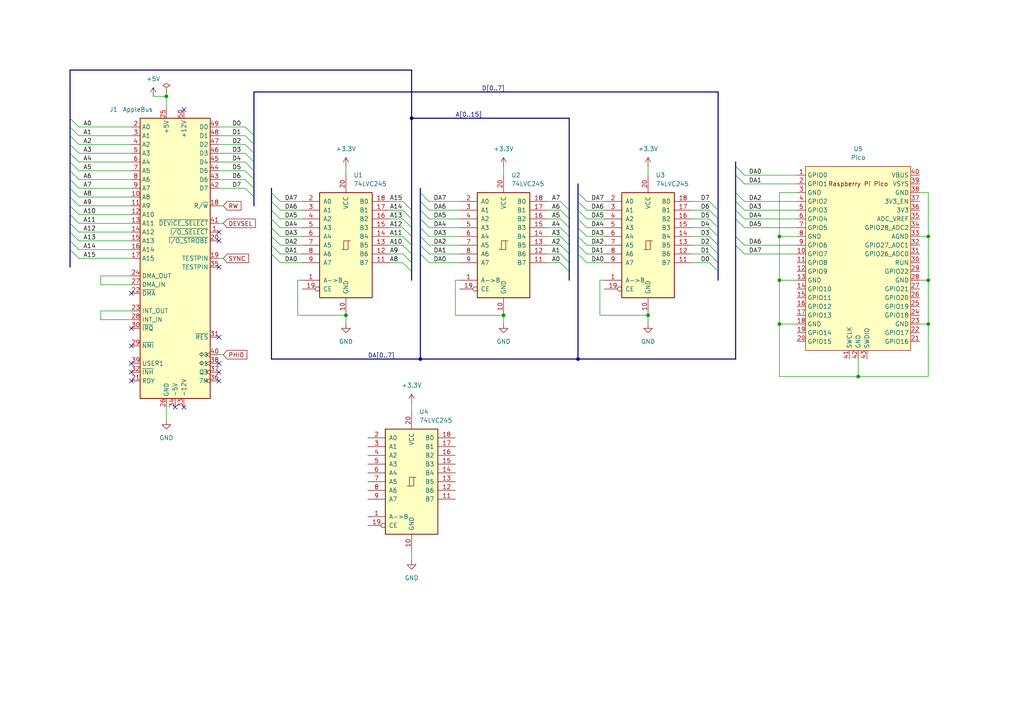
<source format=kicad_sch>
(kicad_sch (version 20231120) (generator "eeschema") (generator_version "8.0")
  (paper "A4")
  (title_block (title "Microprofessor-II VGA Card Board") (date "2024-08-17") (rev "A") (comment 1 "Licensed under CERN-OHL-P V2.0 (https://ohwr.org/cern_ohl_p_v2.txt)") (comment 2 "Copyright (c) 2024 The Random DIY") (comment 4 "Adapter board to run Apple II VGA Card (https://github.com/markadev/AppleII-VGA)"))
  (lib_symbols
    (symbol "74xx:74LS245" (pin_names (offset 1.016))
      (property "Reference" "U" (at -7.62 16.51 0))
      (property "Value" "74LS245" (at -7.62 -16.51 0))
      (symbol "74LS245_1_0"
        (polyline (pts (xy -0.635 -1.27) (xy -0.635 1.27) (xy 0.635 1.27)))
        (polyline (pts (xy -1.27 -1.27) (xy 0.635 -1.27) (xy 0.635 1.27) (xy 1.27 1.27)))
        (pin input line (at -12.7 -10.16 0) (length 5.08) (name "A->B") (number "1"))
        (pin power_in line (at 0 -20.32 90) (length 5.08) (name "GND") (number "10"))
        (pin tri_state line (at 12.7 -5.08 180) (length 5.08) (name "B7") (number "11"))
        (pin tri_state line (at 12.7 -2.54 180) (length 5.08) (name "B6") (number "12"))
        (pin tri_state line (at 12.7 0 180) (length 5.08) (name "B5") (number "13"))
        (pin tri_state line (at 12.7 2.54 180) (length 5.08) (name "B4") (number "14"))
        (pin tri_state line (at 12.7 5.08 180) (length 5.08) (name "B3") (number "15"))
        (pin tri_state line (at 12.7 7.62 180) (length 5.08) (name "B2") (number "16"))
        (pin tri_state line (at 12.7 10.16 180) (length 5.08) (name "B1") (number "17"))
        (pin tri_state line (at 12.7 12.7 180) (length 5.08) (name "B0") (number "18"))
        (pin input inverted (at -12.7 -12.7 0) (length 5.08) (name "CE") (number "19"))
        (pin tri_state line (at -12.7 12.7 0) (length 5.08) (name "A0") (number "2"))
        (pin power_in line (at 0 20.32 270) (length 5.08) (name "VCC") (number "20"))
        (pin tri_state line (at -12.7 10.16 0) (length 5.08) (name "A1") (number "3"))
        (pin tri_state line (at -12.7 7.62 0) (length 5.08) (name "A2") (number "4"))
        (pin tri_state line (at -12.7 5.08 0) (length 5.08) (name "A3") (number "5"))
        (pin tri_state line (at -12.7 2.54 0) (length 5.08) (name "A4") (number "6"))
        (pin tri_state line (at -12.7 0 0) (length 5.08) (name "A5") (number "7"))
        (pin tri_state line (at -12.7 -2.54 0) (length 5.08) (name "A6") (number "8"))
        (pin tri_state line (at -12.7 -5.08 0) (length 5.08) (name "A7") (number "9"))
      )
      (symbol "74LS245_1_1"
        (rectangle (start -7.62 15.24) (end 7.62 -15.24) (stroke (width 0.254)) (fill (type background)))
      )
    )
    (symbol "MCU_RaspberryPi_and_Boards:Pico"
      (property "Reference" "U" (at -13.97 27.94 0))
      (property "Value" "Pico" (at 0 19.05 0))
      (symbol "Pico_0_0"
        (text "Raspberry Pi Pico" (at 0 21.59 0) (effects (font (size 1.27 1.27))))
      )
      (symbol "Pico_0_1"
        (rectangle (start -15.24 26.67) (end 15.24 -26.67) (fill (type background)))
      )
      (symbol "Pico_1_1"
        (pin bidirectional line (at -17.78 24.13 0) (length 2.54) (name "GPIO0") (number "1"))
        (pin bidirectional line (at -17.78 1.27 0) (length 2.54) (name "GPIO7") (number "10"))
        (pin bidirectional line (at -17.78 -1.27 0) (length 2.54) (name "GPIO8") (number "11"))
        (pin bidirectional line (at -17.78 -3.81 0) (length 2.54) (name "GPIO9") (number "12"))
        (pin power_in line (at -17.78 -6.35 0) (length 2.54) (name "GND") (number "13"))
        (pin bidirectional line (at -17.78 -8.89 0) (length 2.54) (name "GPIO10") (number "14"))
        (pin bidirectional line (at -17.78 -11.43 0) (length 2.54) (name "GPIO11") (number "15"))
        (pin bidirectional line (at -17.78 -13.97 0) (length 2.54) (name "GPIO12") (number "16"))
        (pin bidirectional line (at -17.78 -16.51 0) (length 2.54) (name "GPIO13") (number "17"))
        (pin power_in line (at -17.78 -19.05 0) (length 2.54) (name "GND") (number "18"))
        (pin bidirectional line (at -17.78 -21.59 0) (length 2.54) (name "GPIO14") (number "19"))
        (pin bidirectional line (at -17.78 21.59 0) (length 2.54) (name "GPIO1") (number "2"))
        (pin bidirectional line (at -17.78 -24.13 0) (length 2.54) (name "GPIO15") (number "20"))
        (pin bidirectional line (at 17.78 -24.13 180) (length 2.54) (name "GPIO16") (number "21"))
        (pin bidirectional line (at 17.78 -21.59 180) (length 2.54) (name "GPIO17") (number "22"))
        (pin power_in line (at 17.78 -19.05 180) (length 2.54) (name "GND") (number "23"))
        (pin bidirectional line (at 17.78 -16.51 180) (length 2.54) (name "GPIO18") (number "24"))
        (pin bidirectional line (at 17.78 -13.97 180) (length 2.54) (name "GPIO19") (number "25"))
        (pin bidirectional line (at 17.78 -11.43 180) (length 2.54) (name "GPIO20") (number "26"))
        (pin bidirectional line (at 17.78 -8.89 180) (length 2.54) (name "GPIO21") (number "27"))
        (pin power_in line (at 17.78 -6.35 180) (length 2.54) (name "GND") (number "28"))
        (pin bidirectional line (at 17.78 -3.81 180) (length 2.54) (name "GPIO22") (number "29"))
        (pin power_in line (at -17.78 19.05 0) (length 2.54) (name "GND") (number "3"))
        (pin input line (at 17.78 -1.27 180) (length 2.54) (name "RUN") (number "30"))
        (pin bidirectional line (at 17.78 1.27 180) (length 2.54) (name "GPIO26_ADC0") (number "31"))
        (pin bidirectional line (at 17.78 3.81 180) (length 2.54) (name "GPIO27_ADC1") (number "32"))
        (pin power_in line (at 17.78 6.35 180) (length 2.54) (name "AGND") (number "33"))
        (pin bidirectional line (at 17.78 8.89 180) (length 2.54) (name "GPIO28_ADC2") (number "34"))
        (pin power_in line (at 17.78 11.43 180) (length 2.54) (name "ADC_VREF") (number "35"))
        (pin power_in line (at 17.78 13.97 180) (length 2.54) (name "3V3") (number "36"))
        (pin input line (at 17.78 16.51 180) (length 2.54) (name "3V3_EN") (number "37"))
        (pin power_in line (at 17.78 19.05 180) (length 2.54) (name "GND") (number "38"))
        (pin power_in line (at 17.78 21.59 180) (length 2.54) (name "VSYS") (number "39"))
        (pin bidirectional line (at -17.78 16.51 0) (length 2.54) (name "GPIO2") (number "4"))
        (pin power_in line (at 17.78 24.13 180) (length 2.54) (name "VBUS") (number "40"))
        (pin input line (at -2.54 -29.21 90) (length 2.54) (name "SWCLK") (number "41"))
        (pin power_in line (at 0 -29.21 90) (length 2.54) (name "GND") (number "42"))
        (pin bidirectional line (at 2.54 -29.21 90) (length 2.54) (name "SWDIO") (number "43"))
        (pin bidirectional line (at -17.78 13.97 0) (length 2.54) (name "GPIO3") (number "5"))
        (pin bidirectional line (at -17.78 11.43 0) (length 2.54) (name "GPIO4") (number "6"))
        (pin bidirectional line (at -17.78 8.89 0) (length 2.54) (name "GPIO5") (number "7"))
        (pin power_in line (at -17.78 6.35 0) (length 2.54) (name "GND") (number "8"))
        (pin bidirectional line (at -17.78 3.81 0) (length 2.54) (name "GPIO6") (number "9"))
      )
    )
    (symbol "PCM_MA_Connector_AppleII:Bus_Apple_II_Card_Side" (in_bom no)
      (property "Reference" "J" (at 7.62 41.91 0))
      (property "Value" "Bus_Apple_II_Card_Side" (at 15.24 -41.91 0))
      (symbol "Bus_Apple_II_Card_Side_0_1"
        (rectangle (start -10.16 40.64) (end 10.16 -40.64) (stroke (width 0.254)) (fill (type background)))
      )
      (symbol "Bus_Apple_II_Card_Side_1_1"
        (pin output line (at 12.7 7.62 180) (length 2.54) (name "~{I/O_SELECT}") (number "1"))
        (pin bidirectional line (at -12.7 17.78 0) (length 2.54) (name "A8") (number "10"))
        (pin bidirectional line (at -12.7 15.24 0) (length 2.54) (name "A9") (number "11"))
        (pin bidirectional line (at -12.7 12.7 0) (length 2.54) (name "A10") (number "12"))
        (pin bidirectional line (at -12.7 10.16 0) (length 2.54) (name "A11") (number "13"))
        (pin bidirectional line (at -12.7 7.62 0) (length 2.54) (name "A12") (number "14"))
        (pin bidirectional line (at -12.7 5.08 0) (length 2.54) (name "A13") (number "15"))
        (pin bidirectional line (at -12.7 2.54 0) (length 2.54) (name "A14") (number "16"))
        (pin bidirectional line (at -12.7 0 0) (length 2.54) (name "A15") (number "17"))
        (pin bidirectional line (at 12.7 15.24 180) (length 2.54) (name "R/~{W}") (number "18"))
        (pin input line (at 12.7 0 180) (length 2.54) (name "TESTPIN") (number "19"))
        (pin bidirectional line (at -12.7 38.1 0) (length 2.54) (name "A0") (number "2"))
        (pin output line (at 12.7 5.08 180) (length 2.54) (name "~{I/O_STROBE}") (number "20"))
        (pin input line (at -12.7 -35.56 0) (length 2.54) (name "RDY") (number "21"))
        (pin input line (at -12.7 -10.16 0) (length 2.54) (name "~{DMA}") (number "22"))
        (pin input line (at -12.7 -15.24 0) (length 2.54) (name "INT_OUT") (number "23"))
        (pin input line (at -12.7 -5.08 0) (length 2.54) (name "DMA_OUT") (number "24"))
        (pin power_out line (at -2.54 43.18 270) (length 2.54) (name "+5V") (number "25"))
        (pin power_out line (at -2.54 -43.18 90) (length 2.54) (name "GND") (number "26"))
        (pin output line (at -12.7 -7.62 0) (length 2.54) (name "DMA_IN") (number "27"))
        (pin output line (at -12.7 -17.78 0) (length 2.54) (name "INT_IN") (number "28"))
        (pin input line (at -12.7 -25.4 0) (length 2.54) (name "~{NMI}") (number "29"))
        (pin bidirectional line (at -12.7 35.56 0) (length 2.54) (name "A1") (number "3"))
        (pin input line (at -12.7 -20.32 0) (length 2.54) (name "~{IRQ}") (number "30"))
        (pin bidirectional line (at 12.7 -22.86 180) (length 2.54) (name "~{RES}") (number "31"))
        (pin input line (at -12.7 -33.02 0) (length 2.54) (name "~{INH}") (number "32"))
        (pin power_out line (at 2.54 -43.18 90) (length 2.54) (name "-12V") (number "33"))
        (pin power_out line (at 0 -43.18 90) (length 2.54) (name "-5V") (number "34"))
        (pin input line (at 12.7 -2.54 180) (length 2.54) (name "TESTPIN") (number "35"))
        (pin output clock (at 12.7 -35.56 180) (length 2.54) (name "7M") (number "36"))
        (pin output clock (at 12.7 -33.02 180) (length 2.54) (name "Q3") (number "37"))
        (pin output clock (at 12.7 -30.48 180) (length 2.54) (name "Φ1") (number "38"))
        (pin input line (at -12.7 -30.48 0) (length 2.54) (name "USER1") (number "39"))
        (pin bidirectional line (at -12.7 33.02 0) (length 2.54) (name "A2") (number "4"))
        (pin output clock (at 12.7 -27.94 180) (length 2.54) (name "Φ0") (number "40"))
        (pin output line (at 12.7 10.16 180) (length 2.54) (name "~{DEVICE_SELECT}") (number "41"))
        (pin bidirectional line (at 12.7 20.32 180) (length 2.54) (name "D7") (number "42"))
        (pin bidirectional line (at 12.7 22.86 180) (length 2.54) (name "D6") (number "43"))
        (pin bidirectional line (at 12.7 25.4 180) (length 2.54) (name "D5") (number "44"))
        (pin bidirectional line (at 12.7 27.94 180) (length 2.54) (name "D4") (number "45"))
        (pin bidirectional line (at 12.7 30.48 180) (length 2.54) (name "D3") (number "46"))
        (pin bidirectional line (at 12.7 33.02 180) (length 2.54) (name "D2") (number "47"))
        (pin bidirectional line (at 12.7 35.56 180) (length 2.54) (name "D1") (number "48"))
        (pin bidirectional line (at 12.7 38.1 180) (length 2.54) (name "D0") (number "49"))
        (pin bidirectional line (at -12.7 30.48 0) (length 2.54) (name "A3") (number "5"))
        (pin power_out line (at 2.54 43.18 270) (length 2.54) (name "+12V") (number "50"))
        (pin bidirectional line (at -12.7 27.94 0) (length 2.54) (name "A4") (number "6"))
        (pin bidirectional line (at -12.7 25.4 0) (length 2.54) (name "A5") (number "7"))
        (pin bidirectional line (at -12.7 22.86 0) (length 2.54) (name "A6") (number "8"))
        (pin bidirectional line (at -12.7 20.32 0) (length 2.54) (name "A7") (number "9"))
      )
    )
    (symbol "power:+3.3V" (power) (pin_numbers hide) (pin_names (offset 0) hide)
      (property "Value" "+3.3V" (at 0 3.556 0))
      (symbol "+3.3V_0_1"
        (polyline (pts (xy -0.762 1.27) (xy 0 2.54)))
        (polyline (pts (xy 0 0) (xy 0 2.54)))
        (polyline (pts (xy 0 2.54) (xy 0.762 1.27)))
      )
      (symbol "+3.3V_1_1"
        (pin power_in line (at 0 0 90) (length 0) (name "~") (number "1"))
      )
    )
    (symbol "power:+5V" (power) (pin_numbers hide) (pin_names (offset 0) hide)
      (property "Value" "+5V" (at 0 3.556 0))
      (symbol "+5V_0_1"
        (polyline (pts (xy -0.762 1.27) (xy 0 2.54)))
        (polyline (pts (xy 0 0) (xy 0 2.54)))
        (polyline (pts (xy 0 2.54) (xy 0.762 1.27)))
      )
      (symbol "+5V_1_1"
        (pin power_in line (at 0 0 90) (length 0) (name "~") (number "1"))
      )
    )
    (symbol "power:GND" (power) (pin_numbers hide) (pin_names (offset 0) hide)
      (property "Value" "GND" (at 0 -3.81 0))
      (symbol "GND_0_1"
        (polyline (pts (xy 0 0) (xy 0 -1.27) (xy 1.27 -1.27) (xy 0 -2.54) (xy -1.27 -1.27) (xy 0 -1.27)))
      )
      (symbol "GND_1_1"
        (pin power_in line (at 0 0 270) (length 0) (name "~") (number "1"))
      )
    )
    (symbol "power:PWR_FLAG" (power) (pin_numbers hide) (pin_names (offset 0) hide)
      (property "Value" "PWR_FLAG" (at 0 3.81 0))
      (symbol "PWR_FLAG_0_0"
        (pin power_out line (at 0 0 90) (length 0) (name "~") (number "1"))
      )
      (symbol "PWR_FLAG_0_1"
        (polyline (pts (xy 0 0) (xy 0 1.27) (xy -1.016 1.905) (xy 0 2.54) (xy 1.016 1.905) (xy 0 1.27)))
      )
    )
  )
  (junction (at 226.06 93.98))
  (junction (at 167.64 104.14))
  (junction (at 269.24 81.28))
  (junction (at 226.06 68.58))
  (junction (at 48.26 27.94))
  (junction (at 269.24 68.58))
  (junction (at 269.24 93.98))
  (junction (at 187.96 91.44))
  (junction (at 119.38 34.29))
  (junction (at 100.33 91.44))
  (junction (at 121.92 104.14))
  (junction (at 146.05 91.44))
  (junction (at 248.92 109.22))
  (junction (at 226.06 81.28))
  (no_connect (at 50.8 118.11))
  (no_connect (at 38.1 107.95))
  (no_connect (at 63.5 77.47))
  (no_connect (at 38.1 110.49))
  (no_connect (at 38.1 100.33))
  (no_connect (at 53.34 118.11))
  (no_connect (at 38.1 85.09))
  (no_connect (at 63.5 110.49))
  (no_connect (at 63.5 107.95))
  (no_connect (at 38.1 95.25))
  (no_connect (at 63.5 105.41))
  (no_connect (at 53.34 31.75))
  (no_connect (at 63.5 97.79))
  (no_connect (at 63.5 67.31))
  (no_connect (at 38.1 105.41))
  (no_connect (at 63.5 69.85))
  (bus_entry (at 213.36 60.96) (size 2.54 2.54))
  (bus_entry (at 116.84 68.58) (size 2.54 2.54))
  (bus_entry (at 162.56 60.96) (size 2.54 2.54))
  (bus_entry (at 205.74 60.96) (size 2.54 2.54))
  (bus_entry (at 71.12 54.61) (size 2.54 2.54))
  (bus_entry (at 116.84 60.96) (size 2.54 2.54))
  (bus_entry (at 121.92 68.58) (size 2.54 2.54))
  (bus_entry (at 167.64 73.66) (size 2.54 2.54))
  (bus_entry (at 71.12 41.91) (size 2.54 2.54))
  (bus_entry (at 213.36 50.8) (size 2.54 2.54))
  (bus_entry (at 162.56 71.12) (size 2.54 2.54))
  (bus_entry (at 213.36 71.12) (size 2.54 2.54))
  (bus_entry (at 20.32 52.07) (size 2.54 2.54))
  (bus_entry (at 71.12 46.99) (size 2.54 2.54))
  (bus_entry (at 20.32 59.69) (size 2.54 2.54))
  (bus_entry (at 116.84 58.42) (size 2.54 2.54))
  (bus_entry (at 20.32 67.31) (size 2.54 2.54))
  (bus_entry (at 20.32 46.99) (size 2.54 2.54))
  (bus_entry (at 78.74 68.58) (size 2.54 2.54))
  (bus_entry (at 20.32 72.39) (size 2.54 2.54))
  (bus_entry (at 162.56 63.5) (size 2.54 2.54))
  (bus_entry (at 78.74 73.66) (size 2.54 2.54))
  (bus_entry (at 162.56 66.04) (size 2.54 2.54))
  (bus_entry (at 213.36 58.42) (size 2.54 2.54))
  (bus_entry (at 162.56 76.2) (size 2.54 2.54))
  (bus_entry (at 78.74 63.5) (size 2.54 2.54))
  (bus_entry (at 20.32 44.45) (size 2.54 2.54))
  (bus_entry (at 213.36 63.5) (size 2.54 2.54))
  (bus_entry (at 205.74 66.04) (size 2.54 2.54))
  (bus_entry (at 20.32 54.61) (size 2.54 2.54))
  (bus_entry (at 116.84 73.66) (size 2.54 2.54))
  (bus_entry (at 213.36 55.88) (size 2.54 2.54))
  (bus_entry (at 162.56 68.58) (size 2.54 2.54))
  (bus_entry (at 20.32 39.37) (size 2.54 2.54))
  (bus_entry (at 71.12 44.45) (size 2.54 2.54))
  (bus_entry (at 20.32 41.91) (size 2.54 2.54))
  (bus_entry (at 167.64 58.42) (size 2.54 2.54))
  (bus_entry (at 20.32 36.83) (size 2.54 2.54))
  (bus_entry (at 205.74 68.58) (size 2.54 2.54))
  (bus_entry (at 167.64 66.04) (size 2.54 2.54))
  (bus_entry (at 121.92 63.5) (size 2.54 2.54))
  (bus_entry (at 213.36 68.58) (size 2.54 2.54))
  (bus_entry (at 167.64 60.96) (size 2.54 2.54))
  (bus_entry (at 116.84 63.5) (size 2.54 2.54))
  (bus_entry (at 20.32 64.77) (size 2.54 2.54))
  (bus_entry (at 167.64 71.12) (size 2.54 2.54))
  (bus_entry (at 121.92 66.04) (size 2.54 2.54))
  (bus_entry (at 213.36 48.26) (size 2.54 2.54))
  (bus_entry (at 78.74 60.96) (size 2.54 2.54))
  (bus_entry (at 20.32 49.53) (size 2.54 2.54))
  (bus_entry (at 20.32 62.23) (size 2.54 2.54))
  (bus_entry (at 116.84 66.04) (size 2.54 2.54))
  (bus_entry (at 205.74 76.2) (size 2.54 2.54))
  (bus_entry (at 205.74 73.66) (size 2.54 2.54))
  (bus_entry (at 121.92 58.42) (size 2.54 2.54))
  (bus_entry (at 20.32 57.15) (size 2.54 2.54))
  (bus_entry (at 71.12 52.07) (size 2.54 2.54))
  (bus_entry (at 116.84 76.2) (size 2.54 2.54))
  (bus_entry (at 167.64 68.58) (size 2.54 2.54))
  (bus_entry (at 78.74 66.04) (size 2.54 2.54))
  (bus_entry (at 167.64 63.5) (size 2.54 2.54))
  (bus_entry (at 20.32 34.29) (size 2.54 2.54))
  (bus_entry (at 205.74 71.12) (size 2.54 2.54))
  (bus_entry (at 71.12 39.37) (size 2.54 2.54))
  (bus_entry (at 78.74 71.12) (size 2.54 2.54))
  (bus_entry (at 78.74 55.88) (size 2.54 2.54))
  (bus_entry (at 121.92 71.12) (size 2.54 2.54))
  (bus_entry (at 162.56 58.42) (size 2.54 2.54))
  (bus_entry (at 20.32 69.85) (size 2.54 2.54))
  (bus_entry (at 121.92 55.88) (size 2.54 2.54))
  (bus_entry (at 205.74 58.42) (size 2.54 2.54))
  (bus_entry (at 162.56 73.66) (size 2.54 2.54))
  (bus_entry (at 71.12 36.83) (size 2.54 2.54))
  (bus_entry (at 167.64 55.88) (size 2.54 2.54))
  (bus_entry (at 116.84 71.12) (size 2.54 2.54))
  (bus_entry (at 121.92 73.66) (size 2.54 2.54))
  (bus_entry (at 71.12 49.53) (size 2.54 2.54))
  (bus_entry (at 205.74 63.5) (size 2.54 2.54))
  (bus_entry (at 121.92 60.96) (size 2.54 2.54))
  (bus_entry (at 78.74 58.42) (size 2.54 2.54))
  (wire (pts (xy 22.86 39.37) (xy 38.1 39.37)))
  (bus (pts (xy 73.66 44.45) (xy 73.66 46.99)))
  (wire (pts (xy 113.03 58.42) (xy 116.84 58.42)))
  (wire (pts (xy 226.06 93.98) (xy 226.06 109.22)))
  (bus (pts (xy 78.74 58.42) (xy 78.74 60.96)))
  (wire (pts (xy 146.05 91.44) (xy 146.05 93.98)))
  (wire (pts (xy 63.5 74.93) (xy 64.77 74.93)))
  (wire (pts (xy 269.24 93.98) (xy 269.24 109.22)))
  (bus (pts (xy 20.32 44.45) (xy 20.32 41.91)))
  (wire (pts (xy 170.18 63.5) (xy 175.26 63.5)))
  (wire (pts (xy 113.03 66.04) (xy 116.84 66.04)))
  (bus (pts (xy 167.64 68.58) (xy 167.64 71.12)))
  (bus (pts (xy 208.28 68.58) (xy 208.28 71.12)))
  (bus (pts (xy 167.64 71.12) (xy 167.64 73.66)))
  (wire (pts (xy 22.86 57.15) (xy 38.1 57.15)))
  (bus (pts (xy 208.28 66.04) (xy 208.28 68.58)))
  (bus (pts (xy 213.36 46.99) (xy 213.36 48.26)))
  (wire (pts (xy 113.03 71.12) (xy 116.84 71.12)))
  (bus (pts (xy 213.36 60.96) (xy 213.36 63.5)))
  (wire (pts (xy 226.06 55.88) (xy 226.06 68.58)))
  (wire (pts (xy 48.26 118.11) (xy 48.26 121.92)))
  (bus (pts (xy 73.66 54.61) (xy 73.66 57.15)))
  (bus (pts (xy 20.32 77.47) (xy 20.32 72.39)))
  (wire (pts (xy 63.5 52.07) (xy 71.12 52.07)))
  (wire (pts (xy 113.03 63.5) (xy 116.84 63.5)))
  (wire (pts (xy 22.86 44.45) (xy 38.1 44.45)))
  (wire (pts (xy 22.86 49.53) (xy 38.1 49.53)))
  (wire (pts (xy 266.7 81.28) (xy 269.24 81.28)))
  (bus (pts (xy 165.1 66.04) (xy 165.1 68.58)))
  (wire (pts (xy 200.66 63.5) (xy 205.74 63.5)))
  (wire (pts (xy 22.86 36.83) (xy 38.1 36.83)))
  (wire (pts (xy 119.38 116.84) (xy 119.38 119.38)))
  (wire (pts (xy 63.5 39.37) (xy 71.12 39.37)))
  (wire (pts (xy 200.66 71.12) (xy 205.74 71.12)))
  (wire (pts (xy 22.86 74.93) (xy 38.1 74.93)))
  (bus (pts (xy 167.64 55.88) (xy 167.64 58.42)))
  (bus (pts (xy 165.1 78.74) (xy 165.1 81.28)))
  (bus (pts (xy 121.92 54.61) (xy 121.92 55.88)))
  (bus (pts (xy 165.1 73.66) (xy 165.1 76.2)))
  (bus (pts (xy 20.32 69.85) (xy 20.32 67.31)))
  (bus (pts (xy 20.32 39.37) (xy 20.32 36.83)))
  (bus (pts (xy 121.92 55.88) (xy 121.92 58.42)))
  (wire (pts (xy 113.03 68.58) (xy 116.84 68.58)))
  (bus (pts (xy 73.66 26.67) (xy 208.28 26.67)))
  (wire (pts (xy 269.24 55.88) (xy 269.24 68.58)))
  (wire (pts (xy 81.28 76.2) (xy 87.63 76.2)))
  (bus (pts (xy 121.92 71.12) (xy 121.92 73.66)))
  (bus (pts (xy 165.1 76.2) (xy 165.1 78.74)))
  (bus (pts (xy 208.28 71.12) (xy 208.28 73.66)))
  (wire (pts (xy 22.86 41.91) (xy 38.1 41.91)))
  (wire (pts (xy 132.08 91.44) (xy 146.05 91.44)))
  (wire (pts (xy 226.06 93.98) (xy 231.14 93.98)))
  (bus (pts (xy 167.64 53.34) (xy 167.64 55.88)))
  (bus (pts (xy 167.64 63.5) (xy 167.64 66.04)))
  (wire (pts (xy 63.5 102.87) (xy 64.77 102.87)))
  (wire (pts (xy 63.5 36.83) (xy 71.12 36.83)))
  (wire (pts (xy 170.18 76.2) (xy 175.26 76.2)))
  (bus (pts (xy 20.32 59.69) (xy 20.32 57.15)))
  (wire (pts (xy 86.36 91.44) (xy 100.33 91.44)))
  (bus (pts (xy 73.66 39.37) (xy 73.66 41.91)))
  (bus (pts (xy 119.38 76.2) (xy 119.38 73.66)))
  (bus (pts (xy 20.32 36.83) (xy 20.32 34.29)))
  (bus (pts (xy 213.36 48.26) (xy 213.36 50.8)))
  (bus (pts (xy 165.1 71.12) (xy 165.1 73.66)))
  (bus (pts (xy 119.38 71.12) (xy 119.38 68.58)))
  (wire (pts (xy 158.75 63.5) (xy 162.56 63.5)))
  (bus (pts (xy 20.32 72.39) (xy 20.32 69.85)))
  (wire (pts (xy 226.06 81.28) (xy 231.14 81.28)))
  (bus (pts (xy 208.28 60.96) (xy 208.28 63.5)))
  (bus (pts (xy 165.1 68.58) (xy 165.1 71.12)))
  (wire (pts (xy 63.5 54.61) (xy 71.12 54.61)))
  (wire (pts (xy 132.08 81.28) (xy 132.08 91.44)))
  (bus (pts (xy 73.66 49.53) (xy 73.66 52.07)))
  (wire (pts (xy 226.06 81.28) (xy 226.06 93.98)))
  (bus (pts (xy 20.32 34.29) (xy 20.32 20.32)))
  (wire (pts (xy 81.28 63.5) (xy 87.63 63.5)))
  (bus (pts (xy 119.38 20.32) (xy 119.38 34.29)))
  (wire (pts (xy 124.46 66.04) (xy 133.35 66.04)))
  (wire (pts (xy 81.28 66.04) (xy 87.63 66.04)))
  (bus (pts (xy 78.74 104.14) (xy 121.92 104.14)))
  (wire (pts (xy 22.86 52.07) (xy 38.1 52.07)))
  (wire (pts (xy 200.66 60.96) (xy 205.74 60.96)))
  (bus (pts (xy 78.74 71.12) (xy 78.74 73.66)))
  (wire (pts (xy 63.5 49.53) (xy 71.12 49.53)))
  (wire (pts (xy 22.86 62.23) (xy 38.1 62.23)))
  (wire (pts (xy 81.28 73.66) (xy 87.63 73.66)))
  (bus (pts (xy 73.66 26.67) (xy 73.66 39.37)))
  (wire (pts (xy 266.7 93.98) (xy 269.24 93.98)))
  (bus (pts (xy 119.38 78.74) (xy 119.38 81.28)))
  (bus (pts (xy 165.1 34.29) (xy 165.1 60.96)))
  (bus (pts (xy 78.74 66.04) (xy 78.74 68.58)))
  (bus (pts (xy 20.32 62.23) (xy 20.32 59.69)))
  (bus (pts (xy 119.38 73.66) (xy 119.38 71.12)))
  (wire (pts (xy 158.75 76.2) (xy 162.56 76.2)))
  (bus (pts (xy 167.64 66.04) (xy 167.64 68.58)))
  (wire (pts (xy 63.5 64.77) (xy 64.77 64.77)))
  (wire (pts (xy 63.5 44.45) (xy 71.12 44.45)))
  (wire (pts (xy 81.28 58.42) (xy 87.63 58.42)))
  (bus (pts (xy 208.28 76.2) (xy 208.28 78.74)))
  (wire (pts (xy 22.86 54.61) (xy 38.1 54.61)))
  (bus (pts (xy 20.32 20.32) (xy 119.38 20.32)))
  (wire (pts (xy 124.46 68.58) (xy 133.35 68.58)))
  (wire (pts (xy 226.06 68.58) (xy 231.14 68.58)))
  (wire (pts (xy 158.75 68.58) (xy 162.56 68.58)))
  (bus (pts (xy 167.64 60.96) (xy 167.64 63.5)))
  (wire (pts (xy 81.28 71.12) (xy 87.63 71.12)))
  (wire (pts (xy 81.28 60.96) (xy 87.63 60.96)))
  (wire (pts (xy 100.33 91.44) (xy 100.33 93.98)))
  (wire (pts (xy 200.66 76.2) (xy 205.74 76.2)))
  (wire (pts (xy 22.86 46.99) (xy 38.1 46.99)))
  (bus (pts (xy 167.64 73.66) (xy 167.64 104.14)))
  (bus (pts (xy 73.66 52.07) (xy 73.66 54.61)))
  (wire (pts (xy 158.75 58.42) (xy 162.56 58.42)))
  (wire (pts (xy 124.46 71.12) (xy 133.35 71.12)))
  (wire (pts (xy 63.5 59.69) (xy 64.77 59.69)))
  (wire (pts (xy 215.9 58.42) (xy 231.14 58.42)))
  (wire (pts (xy 119.38 160.02) (xy 119.38 162.56)))
  (wire (pts (xy 200.66 58.42) (xy 205.74 58.42)))
  (bus (pts (xy 213.36 104.14) (xy 167.64 104.14)))
  (wire (pts (xy 226.06 68.58) (xy 226.06 81.28)))
  (bus (pts (xy 20.32 52.07) (xy 20.32 49.53)))
  (bus (pts (xy 20.32 64.77) (xy 20.32 62.23)))
  (bus (pts (xy 213.36 55.88) (xy 213.36 58.42)))
  (wire (pts (xy 100.33 48.26) (xy 100.33 50.8)))
  (bus (pts (xy 73.66 41.91) (xy 73.66 44.45)))
  (bus (pts (xy 73.66 57.15) (xy 73.66 59.69)))
  (bus (pts (xy 167.64 104.14) (xy 121.92 104.14)))
  (bus (pts (xy 165.1 63.5) (xy 165.1 66.04)))
  (wire (pts (xy 215.9 63.5) (xy 231.14 63.5)))
  (wire (pts (xy 269.24 68.58) (xy 269.24 81.28)))
  (bus (pts (xy 213.36 58.42) (xy 213.36 60.96)))
  (wire (pts (xy 22.86 64.77) (xy 38.1 64.77)))
  (bus (pts (xy 121.92 66.04) (xy 121.92 68.58)))
  (wire (pts (xy 158.75 71.12) (xy 162.56 71.12)))
  (wire (pts (xy 269.24 109.22) (xy 248.92 109.22)))
  (wire (pts (xy 87.63 81.28) (xy 86.36 81.28)))
  (bus (pts (xy 121.92 60.96) (xy 121.92 63.5)))
  (wire (pts (xy 187.96 91.44) (xy 187.96 93.98)))
  (wire (pts (xy 133.35 81.28) (xy 132.08 81.28)))
  (wire (pts (xy 38.1 80.01) (xy 29.21 80.01)))
  (wire (pts (xy 200.66 68.58) (xy 205.74 68.58)))
  (wire (pts (xy 215.9 53.34) (xy 231.14 53.34)))
  (wire (pts (xy 81.28 68.58) (xy 87.63 68.58)))
  (wire (pts (xy 124.46 58.42) (xy 133.35 58.42)))
  (wire (pts (xy 215.9 66.04) (xy 231.14 66.04)))
  (wire (pts (xy 170.18 60.96) (xy 175.26 60.96)))
  (bus (pts (xy 20.32 46.99) (xy 20.32 44.45)))
  (wire (pts (xy 124.46 60.96) (xy 133.35 60.96)))
  (wire (pts (xy 113.03 73.66) (xy 116.84 73.66)))
  (wire (pts (xy 124.46 76.2) (xy 133.35 76.2)))
  (bus (pts (xy 20.32 49.53) (xy 20.32 46.99)))
  (bus (pts (xy 213.36 68.58) (xy 213.36 71.12)))
  (wire (pts (xy 22.86 72.39) (xy 38.1 72.39)))
  (bus (pts (xy 73.66 46.99) (xy 73.66 49.53)))
  (bus (pts (xy 20.32 54.61) (xy 20.32 52.07)))
  (wire (pts (xy 175.26 81.28) (xy 173.99 81.28)))
  (wire (pts (xy 173.99 81.28) (xy 173.99 91.44)))
  (bus (pts (xy 20.32 41.91) (xy 20.32 39.37)))
  (wire (pts (xy 22.86 67.31) (xy 38.1 67.31)))
  (wire (pts (xy 173.99 91.44) (xy 187.96 91.44)))
  (wire (pts (xy 215.9 50.8) (xy 231.14 50.8)))
  (bus (pts (xy 119.38 68.58) (xy 119.38 66.04)))
  (wire (pts (xy 29.21 80.01) (xy 29.21 82.55)))
  (bus (pts (xy 119.38 34.29) (xy 165.1 34.29)))
  (wire (pts (xy 158.75 73.66) (xy 162.56 73.66)))
  (wire (pts (xy 266.7 68.58) (xy 269.24 68.58)))
  (bus (pts (xy 213.36 50.8) (xy 213.36 55.88)))
  (wire (pts (xy 29.21 92.71) (xy 38.1 92.71)))
  (bus (pts (xy 121.92 58.42) (xy 121.92 60.96)))
  (wire (pts (xy 170.18 73.66) (xy 175.26 73.66)))
  (bus (pts (xy 119.38 60.96) (xy 119.38 34.29)))
  (bus (pts (xy 78.74 68.58) (xy 78.74 71.12)))
  (wire (pts (xy 170.18 68.58) (xy 175.26 68.58)))
  (wire (pts (xy 146.05 48.26) (xy 146.05 50.8)))
  (wire (pts (xy 22.86 69.85) (xy 38.1 69.85)))
  (wire (pts (xy 215.9 73.66) (xy 231.14 73.66)))
  (bus (pts (xy 165.1 60.96) (xy 165.1 63.5)))
  (bus (pts (xy 121.92 73.66) (xy 121.92 104.14)))
  (bus (pts (xy 208.28 73.66) (xy 208.28 76.2)))
  (wire (pts (xy 124.46 73.66) (xy 133.35 73.66)))
  (wire (pts (xy 266.7 55.88) (xy 269.24 55.88)))
  (wire (pts (xy 200.66 66.04) (xy 205.74 66.04)))
  (wire (pts (xy 63.5 41.91) (xy 71.12 41.91)))
  (bus (pts (xy 20.32 67.31) (xy 20.32 64.77)))
  (wire (pts (xy 38.1 90.17) (xy 29.21 90.17)))
  (wire (pts (xy 187.96 48.26) (xy 187.96 50.8)))
  (wire (pts (xy 231.14 55.88) (xy 226.06 55.88)))
  (wire (pts (xy 44.45 27.94) (xy 48.26 27.94)))
  (bus (pts (xy 121.92 63.5) (xy 121.92 66.04)))
  (bus (pts (xy 121.92 68.58) (xy 121.92 71.12)))
  (bus (pts (xy 78.74 73.66) (xy 78.74 104.14)))
  (wire (pts (xy 29.21 90.17) (xy 29.21 92.71)))
  (bus (pts (xy 167.64 58.42) (xy 167.64 60.96)))
  (wire (pts (xy 200.66 73.66) (xy 205.74 73.66)))
  (bus (pts (xy 78.74 54.61) (xy 78.74 55.88)))
  (bus (pts (xy 213.36 63.5) (xy 213.36 68.58)))
  (wire (pts (xy 269.24 81.28) (xy 269.24 93.98)))
  (wire (pts (xy 113.03 60.96) (xy 116.84 60.96)))
  (bus (pts (xy 208.28 63.5) (xy 208.28 66.04)))
  (bus (pts (xy 78.74 60.96) (xy 78.74 63.5)))
  (bus (pts (xy 78.74 55.88) (xy 78.74 58.42)))
  (wire (pts (xy 86.36 81.28) (xy 86.36 91.44)))
  (wire (pts (xy 158.75 66.04) (xy 162.56 66.04)))
  (wire (pts (xy 158.75 60.96) (xy 162.56 60.96)))
  (wire (pts (xy 226.06 109.22) (xy 248.92 109.22)))
  (bus (pts (xy 119.38 63.5) (xy 119.38 60.96)))
  (wire (pts (xy 248.92 109.22) (xy 248.92 104.14)))
  (wire (pts (xy 63.5 46.99) (xy 71.12 46.99)))
  (wire (pts (xy 170.18 66.04) (xy 175.26 66.04)))
  (bus (pts (xy 213.36 71.12) (xy 213.36 104.14)))
  (bus (pts (xy 119.38 76.2) (xy 119.38 78.74)))
  (bus (pts (xy 208.28 26.67) (xy 208.28 60.96)))
  (wire (pts (xy 48.26 26.67) (xy 48.26 27.94)))
  (wire (pts (xy 215.9 71.12) (xy 231.14 71.12)))
  (wire (pts (xy 170.18 58.42) (xy 175.26 58.42)))
  (wire (pts (xy 29.21 82.55) (xy 38.1 82.55)))
  (wire (pts (xy 170.18 71.12) (xy 175.26 71.12)))
  (wire (pts (xy 22.86 59.69) (xy 38.1 59.69)))
  (wire (pts (xy 215.9 60.96) (xy 231.14 60.96)))
  (bus (pts (xy 20.32 57.15) (xy 20.32 54.61)))
  (bus (pts (xy 208.28 78.74) (xy 208.28 81.28)))
  (wire (pts (xy 113.03 76.2) (xy 116.84 76.2)))
  (bus (pts (xy 78.74 63.5) (xy 78.74 66.04)))
  (wire (pts (xy 124.46 63.5) (xy 133.35 63.5)))
  (bus (pts (xy 119.38 66.04) (xy 119.38 63.5)))
  (wire (pts (xy 48.26 27.94) (xy 48.26 31.75)))
  (label "DA1" (at 171.45 73.66 0))
  (label "DA4" (at 217.17 63.5 0))
  (label "DA4" (at 82.55 66.04 0))
  (label "A4" (at 24.13 46.99 0))
  (label "DA6" (at 82.55 60.96 0))
  (label "DA2" (at 125.73 71.12 0))
  (label "DA5" (at 125.73 63.5 0))
  (label "D2" (at 67.31 41.91 0))
  (label "A6" (at 24.13 52.07 0))
  (label "DA0" (at 171.45 76.2 0))
  (label "A1" (at 160.02 73.66 0))
  (label "D7" (at 67.31 54.61 0))
  (label "D5" (at 203.2 63.5 0))
  (label "DA[0..7]" (at 106.68 104.14 0))
  (label "DA1" (at 125.73 73.66 0))
  (label "A15" (at 113.03 58.42 0))
  (label "D0" (at 67.31 36.83 0))
  (label "D2" (at 203.2 71.12 0))
  (label "DA0" (at 82.55 76.2 0))
  (label "DA7" (at 125.73 58.42 0))
  (label "A8" (at 113.03 76.2 0))
  (label "A13" (at 113.03 63.5 0))
  (label "A9" (at 24.13 59.69 0))
  (label "DA3" (at 125.73 68.58 0))
  (label "A7" (at 24.13 54.61 0))
  (label "A2" (at 24.13 41.91 0))
  (label "D6" (at 203.2 60.96 0))
  (label "A14" (at 24.13 72.39 0))
  (label "DA7" (at 217.17 73.66 0))
  (label "DA6" (at 217.17 71.12 0))
  (label "DA1" (at 217.17 53.34 0))
  (label "A7" (at 160.02 58.42 0))
  (label "A0" (at 24.13 36.83 0))
  (label "DA7" (at 171.45 58.42 0))
  (label "A3" (at 24.13 44.45 0))
  (label "DA5" (at 82.55 63.5 0))
  (label "DA3" (at 82.55 68.58 0))
  (label "D4" (at 67.31 46.99 0))
  (label "A2" (at 160.02 71.12 0))
  (label "DA5" (at 171.45 63.5 0))
  (label "DA7" (at 82.55 58.42 0))
  (label "A12" (at 24.13 67.31 0))
  (label "D3" (at 203.2 68.58 0))
  (label "DA3" (at 171.45 68.58 0))
  (label "A14" (at 113.03 60.96 0))
  (label "DA6" (at 125.73 60.96 0))
  (label "DA2" (at 82.55 71.12 0))
  (label "DA3" (at 217.17 60.96 0))
  (label "A4" (at 160.02 66.04 0))
  (label "A9" (at 113.03 73.66 0))
  (label "A5" (at 24.13 49.53 0))
  (label "A[0..15]" (at 132.08 34.29 0))
  (label "A0" (at 160.02 76.2 0))
  (label "DA0" (at 125.73 76.2 0))
  (label "A11" (at 24.13 64.77 0))
  (label "D5" (at 67.31 49.53 0))
  (label "DA2" (at 171.45 71.12 0))
  (label "DA4" (at 125.73 66.04 0))
  (label "A5" (at 160.02 63.5 0))
  (label "A10" (at 113.03 71.12 0))
  (label "D0" (at 203.2 76.2 0))
  (label "D1" (at 203.2 73.66 0))
  (label "D7" (at 203.2 58.42 0))
  (label "DA0" (at 217.17 50.8 0))
  (label "A12" (at 113.03 66.04 0))
  (label "D3" (at 67.31 44.45 0))
  (label "DA5" (at 217.17 66.04 0))
  (label "A8" (at 24.13 57.15 0))
  (label "A3" (at 160.02 68.58 0))
  (label "DA4" (at 171.45 66.04 0))
  (label "DA2" (at 217.17 58.42 0))
  (label "DA1" (at 82.55 73.66 0))
  (label "A13" (at 24.13 69.85 0))
  (label "D4" (at 203.2 66.04 0))
  (label "A1" (at 24.13 39.37 0))
  (label "DA6" (at 171.45 60.96 0))
  (label "A6" (at 160.02 60.96 0))
  (label "A15" (at 24.13 74.93 0))
  (label "D[0..7]" (at 139.7 26.67 0))
  (label "A10" (at 24.13 62.23 0))
  (label "A11" (at 113.03 68.58 0))
  (label "D1" (at 67.31 39.37 0))
  (label "D6" (at 67.31 52.07 0))
  (global_label "DEVSEL" (shape input) (at 64.77 64.77 0) (property "Intersheetrefs" "${INTERSHEET_REFS}" (effects (hide yes))))
  (global_label "RW" (shape input) (at 64.77 59.69 0) (property "Intersheetrefs" "${INTERSHEET_REFS}" (effects (hide yes))))
  (global_label "SYNC" (shape input) (at 64.77 74.93 0) (property "Intersheetrefs" "${INTERSHEET_REFS}" (effects (hide yes))))
  (global_label "PHI0" (shape input) (at 64.77 102.87 0) (property "Intersheetrefs" "${INTERSHEET_REFS}" (effects (hide yes))))
  (symbol (lib_id "power:GND") (at 100.33 93.98 0) (unit 1)
    (property "Reference" "#PWR03" (effects (hide yes)))
    (property "Value" "GND" (at 100.33 99.06 0))
    (property "Description" "Power symbol creates a global label with name \"GND\" , ground" (effects (hide yes)))
  )
  (symbol (lib_id "power:GND") (at 146.05 93.98 0) (unit 1)
    (property "Reference" "#PWR04" (effects (hide yes)))
    (property "Value" "GND" (at 146.05 99.06 0))
    (property "Description" "Power symbol creates a global label with name \"GND\" , ground" (effects (hide yes)))
  )
  (symbol (lib_id "power:+3.3V") (at 100.33 48.26 0) (unit 1)
    (property "Reference" "#PWR07" (effects (hide yes)))
    (property "Value" "+3.3V" (at 100.33 43.18 0))
    (property "Description" "Power symbol creates a global label with name \"+3.3V\"" (effects (hide yes)))
  )
  (symbol (lib_id "PCM_MA_Connector_AppleII:Bus_Apple_II_Card_Side") (at 50.8 74.93 0) (unit 1) (in_bom no)
    (property "Reference" "J1" (at 31.75 31.75 0) (effects (justify left)))
    (property "Value" "AppleBus" (at 35.56 31.75 0) (effects (justify left)))
    (property "Footprint" "PCM_MA_Connector_AppleII:Peripheral_Bus_Edge" (effects (hide yes)))
    (property "Datasheet" "https://archive.org/details/Apple_II_Mini_Manual/page/n37/mode/2up" (effects (hide yes)))
    (property "Description" "Apple II bus connector. Use this symbol on the card side, i.e. for making Apple II-compatible peripheral cards." (effects (hide yes)))
  )
  (symbol (lib_id "74xx:74LS245") (at 187.96 71.12 0) (unit 1)
    (property "Reference" "U3" (at 190.1541 50.8 0) (effects (justify left)))
    (property "Value" "74LVC245" (at 190.1541 53.34 0) (effects (justify left)))
    (property "Footprint" "Package_DIP:DIP-20_W7.62mm" (effects (hide yes)))
    (property "Datasheet" "http://www.ti.com/lit/gpn/sn74LS245" (effects (hide yes)))
    (property "Description" "Octal BUS Transceivers, 3-State outputs" (effects (hide yes)))
  )
  (symbol (lib_id "power:GND") (at 119.38 162.56 0) (unit 1)
    (property "Reference" "#PWR06" (effects (hide yes)))
    (property "Value" "GND" (at 119.38 167.64 0))
    (property "Description" "Power symbol creates a global label with name \"GND\" , ground" (effects (hide yes)))
  )
  (symbol (lib_id "74xx:74LS245") (at 146.05 71.12 0) (unit 1)
    (property "Reference" "U2" (at 148.2441 50.8 0) (effects (justify left)))
    (property "Value" "74LVC245" (at 148.2441 53.34 0) (effects (justify left)))
    (property "Footprint" "Package_DIP:DIP-20_W7.62mm" (effects (hide yes)))
    (property "Datasheet" "http://www.ti.com/lit/gpn/sn74LS245" (effects (hide yes)))
    (property "Description" "Octal BUS Transceivers, 3-State outputs" (effects (hide yes)))
  )
  (symbol (lib_id "power:GND") (at 48.26 121.92 0) (unit 1)
    (property "Reference" "#PWR01" (effects (hide yes)))
    (property "Value" "GND" (at 48.26 127 0))
    (property "Description" "Power symbol creates a global label with name \"GND\" , ground" (effects (hide yes)))
  )
  (symbol (lib_id "power:+3.3V") (at 119.38 116.84 0) (unit 1)
    (property "Reference" "#PWR010" (effects (hide yes)))
    (property "Value" "+3.3V" (at 119.38 111.76 0))
    (property "Description" "Power symbol creates a global label with name \"+3.3V\"" (effects (hide yes)))
  )
  (symbol (lib_id "power:+3.3V") (at 146.05 48.26 0) (unit 1)
    (property "Reference" "#PWR08" (effects (hide yes)))
    (property "Value" "+3.3V" (at 146.05 43.18 0))
    (property "Description" "Power symbol creates a global label with name \"+3.3V\"" (effects (hide yes)))
  )
  (symbol (lib_id "74xx:74LS245") (at 119.38 139.7 0) (unit 1)
    (property "Reference" "U4" (at 121.5741 119.38 0) (effects (justify left)))
    (property "Value" "74LVC245" (at 121.5741 121.92 0) (effects (justify left)))
    (property "Footprint" "Package_DIP:DIP-20_W7.62mm" (effects (hide yes)))
    (property "Datasheet" "http://www.ti.com/lit/gpn/sn74LS245" (effects (hide yes)))
    (property "Description" "Octal BUS Transceivers, 3-State outputs" (effects (hide yes)))
  )
  (symbol (lib_id "power:+3.3V") (at 187.96 48.26 0) (unit 1)
    (property "Reference" "#PWR09" (effects (hide yes)))
    (property "Value" "+3.3V" (at 187.96 43.18 0))
    (property "Description" "Power symbol creates a global label with name \"+3.3V\"" (effects (hide yes)))
  )
  (symbol (lib_id "power:GND") (at 187.96 93.98 0) (unit 1)
    (property "Reference" "#PWR05" (effects (hide yes)))
    (property "Value" "GND" (at 187.96 99.06 0))
    (property "Description" "Power symbol creates a global label with name \"GND\" , ground" (effects (hide yes)))
  )
  (symbol (lib_id "MCU_RaspberryPi_and_Boards:Pico") (at 248.92 74.93 0) (unit 1)
    (property "Reference" "U5" (at 248.92 43.18 0))
    (property "Value" "Pico" (at 248.92 45.72 0))
    (property "Footprint" "RPi_Pico:RPi_Pico_SMD_TH" (effects (hide yes)))
  )
  (symbol (lib_id "power:+5V") (at 44.45 27.94 0) (unit 1)
    (property "Reference" "#PWR02" (effects (hide yes)))
    (property "Value" "+5V" (at 44.45 22.86 0))
    (property "Description" "Power symbol creates a global label with name \"+5V\"" (effects (hide yes)))
  )
  (symbol (lib_id "power:PWR_FLAG") (at 48.26 26.67 0) (unit 1)
    (property "Reference" "#FLG01" (effects (hide yes)))
    (property "Value" "PWR_FLAG" (effects (hide yes)))
    (property "Description" "Special symbol for telling ERC where power comes from" (effects (hide yes)))
  )
  (symbol (lib_id "74xx:74LS245") (at 100.33 71.12 0) (unit 1)
    (property "Reference" "U1" (at 102.5241 50.8 0) (effects (justify left)))
    (property "Value" "74LVC245" (at 102.5241 53.34 0) (effects (justify left)))
    (property "Footprint" "Package_DIP:DIP-20_W7.62mm" (effects (hide yes)))
    (property "Datasheet" "http://www.ti.com/lit/gpn/sn74LS245" (effects (hide yes)))
    (property "Description" "Octal BUS Transceivers, 3-State outputs" (effects (hide yes)))
  )
)
</source>
